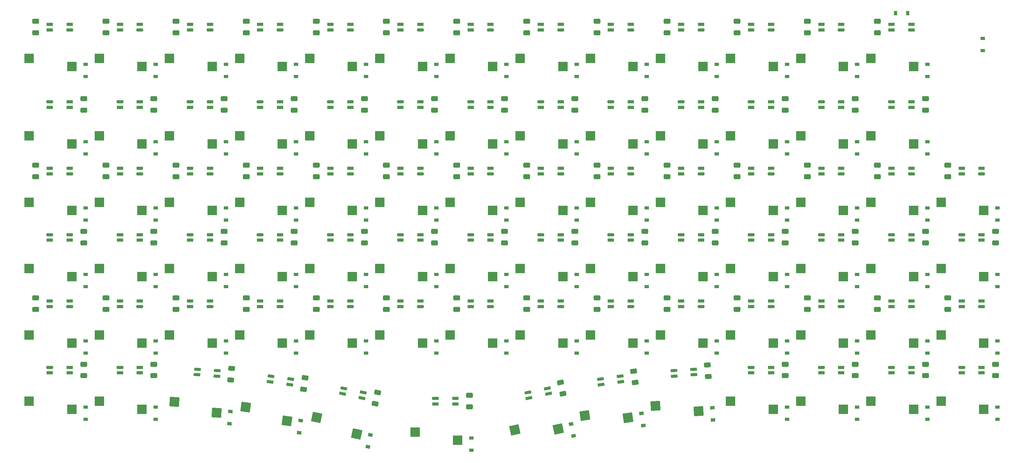
<source format=gbr>
%TF.GenerationSoftware,KiCad,Pcbnew,8.0.7*%
%TF.CreationDate,2025-01-24T18:11:27+01:00*%
%TF.ProjectId,eepyboard_rev3,65657079-626f-4617-9264-5f726576332e,1.2*%
%TF.SameCoordinates,Original*%
%TF.FileFunction,Paste,Bot*%
%TF.FilePolarity,Positive*%
%FSLAX46Y46*%
G04 Gerber Fmt 4.6, Leading zero omitted, Abs format (unit mm)*
G04 Created by KiCad (PCBNEW 8.0.7) date 2025-01-24 18:11:27*
%MOMM*%
%LPD*%
G01*
G04 APERTURE LIST*
G04 Aperture macros list*
%AMRoundRect*
0 Rectangle with rounded corners*
0 $1 Rounding radius*
0 $2 $3 $4 $5 $6 $7 $8 $9 X,Y pos of 4 corners*
0 Add a 4 corners polygon primitive as box body*
4,1,4,$2,$3,$4,$5,$6,$7,$8,$9,$2,$3,0*
0 Add four circle primitives for the rounded corners*
1,1,$1+$1,$2,$3*
1,1,$1+$1,$4,$5*
1,1,$1+$1,$6,$7*
1,1,$1+$1,$8,$9*
0 Add four rect primitives between the rounded corners*
20,1,$1+$1,$2,$3,$4,$5,0*
20,1,$1+$1,$4,$5,$6,$7,0*
20,1,$1+$1,$6,$7,$8,$9,0*
20,1,$1+$1,$8,$9,$2,$3,0*%
%AMRotRect*
0 Rectangle, with rotation*
0 The origin of the aperture is its center*
0 $1 length*
0 $2 width*
0 $3 Rotation angle, in degrees counterclockwise*
0 Add horizontal line*
21,1,$1,$2,0,0,$3*%
G04 Aperture macros list end*
%ADD10R,2.600000X2.600000*%
%ADD11R,1.800000X0.820000*%
%ADD12RoundRect,0.205000X-0.695000X-0.205000X0.695000X-0.205000X0.695000X0.205000X-0.695000X0.205000X0*%
%ADD13RoundRect,0.205000X0.695000X0.205000X-0.695000X0.205000X-0.695000X-0.205000X0.695000X-0.205000X0*%
%ADD14RotRect,2.600000X2.600000X176.000000*%
%ADD15RotRect,2.600000X2.600000X192.000000*%
%ADD16RotRect,2.600000X2.600000X172.000000*%
%ADD17RotRect,2.600000X2.600000X188.000000*%
%ADD18RotRect,2.600000X2.600000X168.000000*%
%ADD19RotRect,1.800000X0.820000X192.000000*%
%ADD20RoundRect,0.205000X0.637191X0.345019X-0.722434X0.056022X-0.637191X-0.345019X0.722434X-0.056022X0*%
%ADD21RotRect,1.800000X0.820000X172.000000*%
%ADD22RoundRect,0.205000X0.716767X0.106280X-0.659706X0.299730X-0.716767X-0.106280X0.659706X-0.299730X0*%
%ADD23RotRect,1.800000X0.820000X176.000000*%
%ADD24RoundRect,0.205000X0.707607X0.156020X-0.679007X0.252981X-0.707607X-0.156020X0.679007X-0.252981X0*%
%ADD25RotRect,2.600000X2.600000X184.000000*%
%ADD26RotRect,1.800000X0.820000X184.000000*%
%ADD27RoundRect,0.205000X0.679007X0.252981X-0.707607X0.156020X-0.679007X-0.252981X0.707607X-0.156020X0*%
%ADD28RotRect,1.800000X0.820000X168.000000*%
%ADD29RoundRect,0.205000X0.722434X0.056022X-0.637191X0.345019X-0.722434X-0.056022X0.637191X-0.345019X0*%
%ADD30RotRect,1.800000X0.820000X188.000000*%
%ADD31RoundRect,0.205000X0.659706X0.299730X-0.716767X0.106280X-0.659706X-0.299730X0.716767X-0.106280X0*%
%ADD32RoundRect,0.250000X-0.650000X0.412500X-0.650000X-0.412500X0.650000X-0.412500X0.650000X0.412500X0*%
%ADD33RoundRect,0.250000X-0.721560X0.268343X-0.550032X-0.538628X0.721560X-0.268343X0.550032X0.538628X0*%
%ADD34R,1.200000X0.900000*%
%ADD35RoundRect,0.250000X0.650000X-0.412500X0.650000X0.412500X-0.650000X0.412500X-0.650000X-0.412500X0*%
%ADD36R,0.900000X1.200000*%
%ADD37RoundRect,0.250000X-0.586265X0.498948X-0.701083X-0.318023X0.586265X-0.498948X0.701083X0.318023X0*%
%ADD38RotRect,0.900000X1.200000X98.000000*%
%ADD39RotRect,0.900000X1.200000X82.000000*%
%ADD40RotRect,0.900000X1.200000X102.000000*%
%ADD41RoundRect,0.250000X-0.677191X0.366153X-0.619642X-0.456837X0.677191X-0.366153X0.619642X0.456837X0*%
%ADD42RotRect,0.900000X1.200000X86.000000*%
%ADD43RoundRect,0.250000X-0.701083X0.318023X-0.586265X-0.498948X0.701083X-0.318023X0.586265X0.498948X0*%
%ADD44RoundRect,0.250000X-0.550032X0.538628X-0.721560X-0.268343X0.550032X-0.538628X0.721560X0.268343X0*%
%ADD45RotRect,0.900000X1.200000X78.000000*%
%ADD46RoundRect,0.250000X-0.619642X0.456837X-0.677191X-0.366153X0.619642X-0.456837X0.677191X0.366153X0*%
%ADD47RotRect,0.900000X1.200000X94.000000*%
G04 APERTURE END LIST*
D10*
%TO.C,S43*%
X268791746Y-181125901D03*
X257241746Y-178925901D03*
%TD*%
D11*
%TO.C,LED18*%
X224816748Y-115725901D03*
X224816748Y-117225901D03*
D12*
X230216748Y-117225901D03*
D11*
X230216748Y-115725901D03*
%TD*%
%TO.C,LED24*%
X281816749Y-115725902D03*
X281816749Y-117225902D03*
D12*
X287216749Y-117225902D03*
D11*
X287216749Y-115725902D03*
%TD*%
%TO.C,LED41*%
X300816751Y-76725901D03*
X300816751Y-78225901D03*
D12*
X306216751Y-78225901D03*
D11*
X306216751Y-76725901D03*
%TD*%
%TO.C,LED69*%
X287216747Y-99225898D03*
X287216747Y-97725898D03*
D13*
X281816747Y-97725898D03*
D11*
X281816747Y-99225898D03*
%TD*%
D14*
%TO.C,S62*%
X117973385Y-182024469D03*
X106604985Y-179024140D03*
%TD*%
D10*
%TO.C,S73*%
X154791748Y-88125900D03*
X143241748Y-85925900D03*
%TD*%
D11*
%TO.C,LED54*%
X173216748Y-135225900D03*
X173216748Y-133725900D03*
D13*
X167816748Y-133725900D03*
D11*
X167816748Y-135225900D03*
%TD*%
%TO.C,LED8*%
X129816745Y-115725900D03*
X129816745Y-117225900D03*
D12*
X135216745Y-117225900D03*
D11*
X135216745Y-115725900D03*
%TD*%
%TO.C,LED39*%
X262816746Y-76725901D03*
X262816746Y-78225901D03*
D12*
X268216746Y-78225901D03*
D11*
X268216746Y-76725901D03*
%TD*%
D10*
%TO.C,S4*%
X78791746Y-127125898D03*
X67241746Y-124925898D03*
%TD*%
%TO.C,S41*%
X249791746Y-127125902D03*
X238241746Y-124925902D03*
%TD*%
D11*
%TO.C,LED23*%
X281816748Y-151725898D03*
X281816748Y-153225898D03*
D12*
X287216748Y-153225898D03*
D11*
X287216748Y-151725898D03*
%TD*%
D10*
%TO.C,S72*%
X135791747Y-88125901D03*
X124241747Y-85925901D03*
%TD*%
D11*
%TO.C,LED38*%
X243816748Y-76725899D03*
X243816748Y-78225899D03*
D12*
X249216748Y-78225899D03*
D11*
X249216748Y-76725899D03*
%TD*%
%TO.C,LED55*%
X173216749Y-99225897D03*
X173216749Y-97725897D03*
D13*
X167816749Y-97725897D03*
D11*
X167816749Y-99225897D03*
%TD*%
%TO.C,LED58*%
X211216749Y-135225898D03*
X211216749Y-133725898D03*
D13*
X205816749Y-133725898D03*
D11*
X205816749Y-135225898D03*
%TD*%
D10*
%TO.C,S6*%
X97791749Y-181125898D03*
X86241749Y-178925898D03*
%TD*%
D11*
%TO.C,LED28*%
X319816747Y-115725899D03*
X319816747Y-117225899D03*
D12*
X325216747Y-117225899D03*
D11*
X325216747Y-115725899D03*
%TD*%
D10*
%TO.C,S27*%
X192791746Y-163125901D03*
X181241746Y-160925901D03*
%TD*%
%TO.C,S49*%
X287791747Y-163125904D03*
X276241747Y-160925904D03*
%TD*%
%TO.C,S58*%
X325791747Y-181125899D03*
X314241747Y-178925899D03*
%TD*%
%TO.C,S77*%
X230791749Y-88125899D03*
X219241749Y-85925899D03*
%TD*%
D11*
%TO.C,LED40*%
X281816748Y-76725902D03*
X281816748Y-78225902D03*
D12*
X287216748Y-78225902D03*
D11*
X287216748Y-76725902D03*
%TD*%
D10*
%TO.C,S11*%
X116791747Y-163125904D03*
X105241747Y-160925904D03*
%TD*%
%TO.C,S7*%
X97791748Y-163125903D03*
X86241748Y-160925903D03*
%TD*%
%TO.C,S18*%
X135791745Y-109125900D03*
X124241745Y-106925900D03*
%TD*%
%TO.C,S34*%
X211791749Y-109125899D03*
X200241749Y-106925899D03*
%TD*%
%TO.C,S70*%
X97791743Y-88125900D03*
X86241743Y-85925900D03*
%TD*%
%TO.C,S35*%
X230791746Y-163125903D03*
X219241746Y-160925903D03*
%TD*%
%TO.C,S37*%
X230791746Y-127125902D03*
X219241746Y-124925902D03*
%TD*%
D11*
%TO.C,LED66*%
X268216744Y-99225901D03*
X268216744Y-97725901D03*
D13*
X262816744Y-97725901D03*
D11*
X262816744Y-99225901D03*
%TD*%
%TO.C,LED74*%
X325216746Y-135225903D03*
X325216746Y-133725903D03*
D13*
X319816746Y-133725903D03*
D11*
X319816746Y-135225903D03*
%TD*%
D10*
%TO.C,S76*%
X211791750Y-88125900D03*
X200241750Y-85925900D03*
%TD*%
D11*
%TO.C,LED13*%
X186816747Y-151725898D03*
X186816747Y-153225898D03*
D12*
X192216747Y-153225898D03*
D11*
X192216747Y-151725898D03*
%TD*%
%TO.C,LED14*%
X186816746Y-115725901D03*
X186816746Y-117225901D03*
D12*
X192216746Y-117225901D03*
D11*
X192216746Y-115725901D03*
%TD*%
D10*
%TO.C,S15*%
X135791746Y-163125902D03*
X124241746Y-160925902D03*
%TD*%
%TO.C,S44*%
X268791746Y-163125902D03*
X257241746Y-160925902D03*
%TD*%
D11*
%TO.C,LED19*%
X243816747Y-151725902D03*
X243816747Y-153225902D03*
D12*
X249216747Y-153225902D03*
D11*
X249216747Y-151725902D03*
%TD*%
D10*
%TO.C,S52*%
X287791750Y-109125898D03*
X276241750Y-106925898D03*
%TD*%
D11*
%TO.C,LED9*%
X148816746Y-151725900D03*
X148816746Y-153225900D03*
D12*
X154216746Y-153225900D03*
D11*
X154216746Y-151725900D03*
%TD*%
%TO.C,LED46*%
X97216748Y-135225903D03*
X97216748Y-133725903D03*
D13*
X91816748Y-133725903D03*
D11*
X91816748Y-135225903D03*
%TD*%
%TO.C,LED50*%
X135216747Y-135225902D03*
X135216747Y-133725902D03*
D13*
X129816747Y-133725902D03*
D11*
X129816747Y-135225902D03*
%TD*%
D10*
%TO.C,S68*%
X183291749Y-189517395D03*
X171741749Y-187317395D03*
%TD*%
D11*
%TO.C,LED48*%
X116216746Y-135225901D03*
X116216746Y-133725901D03*
D13*
X110816746Y-133725901D03*
D11*
X110816746Y-135225901D03*
%TD*%
%TO.C,LED62*%
X249216745Y-135225901D03*
X249216745Y-133725901D03*
D13*
X243816745Y-133725901D03*
D11*
X243816745Y-135225901D03*
%TD*%
D10*
%TO.C,S21*%
X154791748Y-127125902D03*
X143241748Y-124925902D03*
%TD*%
D11*
%TO.C,LED21*%
X262816747Y-151725900D03*
X262816747Y-153225900D03*
D12*
X268216747Y-153225900D03*
D11*
X268216747Y-151725900D03*
%TD*%
%TO.C,LED35*%
X186816746Y-76725897D03*
X186816746Y-78225897D03*
D12*
X192216746Y-78225897D03*
D11*
X192216746Y-76725897D03*
%TD*%
D15*
%TO.C,S67*%
X210524836Y-186456458D03*
X198769825Y-186705914D03*
%TD*%
D11*
%TO.C,LED27*%
X319816749Y-151725901D03*
X319816749Y-153225901D03*
D12*
X325216749Y-153225901D03*
D11*
X325216749Y-151725901D03*
%TD*%
D10*
%TO.C,S42*%
X249791746Y-109125898D03*
X238241746Y-106925898D03*
%TD*%
D11*
%TO.C,LED81*%
X182716745Y-179617399D03*
X182716745Y-178117399D03*
D13*
X177316745Y-178117399D03*
D11*
X177316745Y-179617399D03*
%TD*%
%TO.C,LED57*%
X192216747Y-99225902D03*
X192216747Y-97725902D03*
D13*
X186816747Y-97725902D03*
D11*
X186816747Y-99225902D03*
%TD*%
%TO.C,LED67*%
X287216749Y-171225902D03*
X287216749Y-169725902D03*
D13*
X281816749Y-169725902D03*
D11*
X281816749Y-171225902D03*
%TD*%
D16*
%TO.C,S63*%
X137045617Y-184258890D03*
X125914202Y-180472851D03*
%TD*%
D10*
%TO.C,S16*%
X135791751Y-145125903D03*
X124241751Y-142925903D03*
%TD*%
%TO.C,S75*%
X192791751Y-88125897D03*
X181241751Y-85925897D03*
%TD*%
D11*
%TO.C,LED36*%
X205816745Y-76725898D03*
X205816745Y-78225898D03*
D12*
X211216745Y-78225898D03*
D11*
X211216745Y-76725898D03*
%TD*%
D17*
%TO.C,S66*%
X229474134Y-183347310D03*
X217730357Y-182776171D03*
%TD*%
D11*
%TO.C,LED33*%
X148816744Y-76725900D03*
X148816744Y-78225900D03*
D12*
X154216744Y-78225900D03*
D11*
X154216744Y-76725900D03*
%TD*%
D10*
%TO.C,S30*%
X192791745Y-109125901D03*
X181241745Y-106925901D03*
%TD*%
D11*
%TO.C,LED70*%
X306216745Y-171225899D03*
X306216745Y-169725899D03*
D13*
X300816745Y-169725899D03*
D11*
X300816745Y-171225899D03*
%TD*%
%TO.C,LED26*%
X300816751Y-115725899D03*
X300816751Y-117225899D03*
D12*
X306216751Y-117225899D03*
D11*
X306216751Y-115725899D03*
%TD*%
%TO.C,LED72*%
X306216746Y-99225900D03*
X306216746Y-97725900D03*
D13*
X300816746Y-97725900D03*
D11*
X300816746Y-99225900D03*
%TD*%
D10*
%TO.C,S59*%
X325791745Y-163125902D03*
X314241745Y-160925902D03*
%TD*%
%TO.C,S14*%
X116791746Y-109125901D03*
X105241746Y-106925901D03*
%TD*%
D11*
%TO.C,LED49*%
X116216749Y-99225898D03*
X116216749Y-97725898D03*
D13*
X110816749Y-97725898D03*
D11*
X110816749Y-99225898D03*
%TD*%
D10*
%TO.C,S12*%
X116791748Y-145125903D03*
X105241748Y-142925903D03*
%TD*%
D11*
%TO.C,LED15*%
X205816746Y-151725901D03*
X205816746Y-153225901D03*
D12*
X211216746Y-153225901D03*
D11*
X211216746Y-151725901D03*
%TD*%
%TO.C,LED59*%
X211216749Y-99225901D03*
X211216749Y-97725901D03*
D13*
X205816749Y-97725901D03*
D11*
X205816749Y-99225901D03*
%TD*%
D10*
%TO.C,S61*%
X325791748Y-127125896D03*
X314241748Y-124925896D03*
%TD*%
D11*
%TO.C,LED45*%
X97216748Y-171225900D03*
X97216748Y-169725900D03*
D13*
X91816748Y-169725900D03*
D11*
X91816748Y-171225900D03*
%TD*%
D10*
%TO.C,S60*%
X325791747Y-145125902D03*
X314241747Y-142925902D03*
%TD*%
D18*
%TO.C,S64*%
X155915528Y-187818281D03*
X145075329Y-183264976D03*
%TD*%
D10*
%TO.C,S53*%
X306791750Y-181125900D03*
X295241750Y-178925900D03*
%TD*%
D11*
%TO.C,LED1*%
X72816745Y-151725902D03*
X72816745Y-153225902D03*
D12*
X78216745Y-153225902D03*
D11*
X78216745Y-151725902D03*
%TD*%
%TO.C,LED43*%
X78216748Y-135225904D03*
X78216748Y-133725904D03*
D13*
X72816748Y-133725904D03*
D11*
X72816748Y-135225904D03*
%TD*%
D10*
%TO.C,S24*%
X173791745Y-145125901D03*
X162241745Y-142925901D03*
%TD*%
D11*
%TO.C,LED17*%
X224816749Y-151725903D03*
X224816749Y-153225903D03*
D12*
X230216749Y-153225903D03*
D11*
X230216749Y-151725903D03*
%TD*%
%TO.C,LED47*%
X97216747Y-99225899D03*
X97216747Y-97725899D03*
D13*
X91816747Y-97725899D03*
D11*
X91816747Y-99225899D03*
%TD*%
%TO.C,LED12*%
X167816749Y-115725903D03*
X167816749Y-117225903D03*
D12*
X173216749Y-117225903D03*
D11*
X173216749Y-115725903D03*
%TD*%
%TO.C,LED65*%
X268216746Y-135225903D03*
X268216746Y-133725903D03*
D13*
X262816746Y-133725903D03*
D11*
X262816746Y-135225903D03*
%TD*%
%TO.C,LED56*%
X192216747Y-135225899D03*
X192216747Y-133725899D03*
D13*
X186816747Y-133725899D03*
D11*
X186816747Y-135225899D03*
%TD*%
D19*
%TO.C,LED80*%
X207904074Y-176892350D03*
X207592207Y-175425129D03*
D20*
X202310210Y-176547852D03*
D19*
X202622077Y-178015073D03*
%TD*%
D11*
%TO.C,LED5*%
X110816747Y-151725900D03*
X110816747Y-153225900D03*
D12*
X116216747Y-153225900D03*
D11*
X116216747Y-151725900D03*
%TD*%
%TO.C,LED60*%
X230216744Y-135225898D03*
X230216744Y-133725898D03*
D13*
X224816744Y-133725898D03*
D11*
X224816744Y-135225898D03*
%TD*%
D10*
%TO.C,S56*%
X306791747Y-127125898D03*
X295241747Y-124925898D03*
%TD*%
D21*
%TO.C,LED76*%
X137854025Y-174375211D03*
X138062784Y-172889809D03*
D22*
X132715337Y-172138275D03*
D21*
X132506578Y-173623677D03*
%TD*%
D10*
%TO.C,S46*%
X268791745Y-127125898D03*
X257241745Y-124925898D03*
%TD*%
%TO.C,S80*%
X287791749Y-88125897D03*
X276241749Y-85925897D03*
%TD*%
D23*
%TO.C,LED75*%
X118090376Y-172108473D03*
X118195010Y-170612126D03*
D24*
X112808164Y-170235441D03*
D23*
X112703530Y-171731788D03*
%TD*%
D10*
%TO.C,S36*%
X230791749Y-145125900D03*
X219241749Y-142925900D03*
%TD*%
%TO.C,S33*%
X211791749Y-127125901D03*
X200241749Y-124925901D03*
%TD*%
%TO.C,S47*%
X268791748Y-109125897D03*
X257241748Y-106925897D03*
%TD*%
D11*
%TO.C,LED64*%
X268216748Y-171225901D03*
X268216748Y-169725901D03*
D13*
X262816748Y-169725901D03*
D11*
X262816748Y-171225901D03*
%TD*%
%TO.C,LED30*%
X91816746Y-76725902D03*
X91816746Y-78225902D03*
D12*
X97216746Y-78225902D03*
D11*
X97216746Y-76725902D03*
%TD*%
%TO.C,LED52*%
X154216745Y-135225901D03*
X154216745Y-133725901D03*
D13*
X148816745Y-133725901D03*
D11*
X148816745Y-135225901D03*
%TD*%
D10*
%TO.C,S22*%
X154791746Y-109125900D03*
X143241746Y-106925900D03*
%TD*%
D25*
%TO.C,S65*%
X248594152Y-181567567D03*
X236918823Y-180178613D03*
%TD*%
D11*
%TO.C,LED31*%
X110816749Y-76725901D03*
X110816749Y-78225901D03*
D12*
X116216749Y-78225901D03*
D11*
X116216749Y-76725901D03*
%TD*%
D10*
%TO.C,S23*%
X173791748Y-163125901D03*
X162241748Y-160925901D03*
%TD*%
D11*
%TO.C,LED7*%
X129816748Y-151725901D03*
X129816748Y-153225901D03*
D12*
X135216748Y-153225901D03*
D11*
X135216748Y-151725901D03*
%TD*%
D10*
%TO.C,S71*%
X116791745Y-88125901D03*
X105241745Y-85925901D03*
%TD*%
%TO.C,S32*%
X211791747Y-145125900D03*
X200241747Y-142925900D03*
%TD*%
D26*
%TO.C,LED78*%
X247329965Y-171731789D03*
X247225331Y-170235442D03*
D27*
X241838485Y-170612127D03*
D26*
X241943119Y-172108474D03*
%TD*%
D10*
%TO.C,S20*%
X154791745Y-145125899D03*
X143241745Y-142925899D03*
%TD*%
%TO.C,S81*%
X306791746Y-88125902D03*
X295241746Y-85925902D03*
%TD*%
D28*
%TO.C,LED77*%
X157411416Y-178015074D03*
X157723283Y-176547853D03*
D29*
X152441286Y-175425130D03*
D28*
X152129419Y-176892351D03*
%TD*%
D10*
%TO.C,S5*%
X78791749Y-109125900D03*
X67241749Y-106925900D03*
%TD*%
D11*
%TO.C,LED10*%
X148816746Y-115725901D03*
X148816746Y-117225901D03*
D12*
X154216746Y-117225901D03*
D11*
X154216746Y-115725901D03*
%TD*%
%TO.C,LED25*%
X300816748Y-151725899D03*
X300816748Y-153225899D03*
D12*
X306216748Y-153225899D03*
D11*
X306216748Y-151725899D03*
%TD*%
D10*
%TO.C,S28*%
X192791745Y-145125900D03*
X181241745Y-142925900D03*
%TD*%
D11*
%TO.C,LED53*%
X154216747Y-99225902D03*
X154216747Y-97725902D03*
D13*
X148816747Y-97725902D03*
D11*
X148816747Y-99225902D03*
%TD*%
D10*
%TO.C,S26*%
X173791749Y-109125897D03*
X162241749Y-106925897D03*
%TD*%
D11*
%TO.C,LED6*%
X110816750Y-115725898D03*
X110816750Y-117225898D03*
D12*
X116216750Y-117225898D03*
D11*
X116216750Y-115725898D03*
%TD*%
%TO.C,LED73*%
X325216746Y-171225898D03*
X325216746Y-169725898D03*
D13*
X319816746Y-169725898D03*
D11*
X319816746Y-171225898D03*
%TD*%
%TO.C,LED2*%
X72816746Y-115725898D03*
X72816746Y-117225898D03*
D12*
X78216746Y-117225898D03*
D11*
X78216746Y-115725898D03*
%TD*%
D10*
%TO.C,S25*%
X173791747Y-127125902D03*
X162241747Y-124925902D03*
%TD*%
%TO.C,S45*%
X268791750Y-145125900D03*
X257241750Y-142925900D03*
%TD*%
D11*
%TO.C,LED68*%
X287216748Y-135225902D03*
X287216748Y-133725902D03*
D13*
X281816748Y-133725902D03*
D11*
X281816748Y-135225902D03*
%TD*%
D10*
%TO.C,S9*%
X97791748Y-127125899D03*
X86241748Y-124925899D03*
%TD*%
%TO.C,S38*%
X230791747Y-109125902D03*
X219241747Y-106925902D03*
%TD*%
D11*
%TO.C,LED34*%
X167816747Y-76725897D03*
X167816747Y-78225897D03*
D12*
X173216747Y-78225897D03*
D11*
X173216747Y-76725897D03*
%TD*%
%TO.C,LED20*%
X243816751Y-115725901D03*
X243816751Y-117225901D03*
D12*
X249216751Y-117225901D03*
D11*
X249216751Y-115725901D03*
%TD*%
D10*
%TO.C,S8*%
X97791746Y-145125901D03*
X86241746Y-142925901D03*
%TD*%
%TO.C,S39*%
X249791747Y-163125900D03*
X238241747Y-160925900D03*
%TD*%
%TO.C,S40*%
X249791751Y-145125899D03*
X238241751Y-142925899D03*
%TD*%
%TO.C,S54*%
X306791744Y-163125903D03*
X295241744Y-160925903D03*
%TD*%
D11*
%TO.C,LED51*%
X135216748Y-99225900D03*
X135216748Y-97725900D03*
D13*
X129816748Y-97725900D03*
D11*
X129816748Y-99225900D03*
%TD*%
%TO.C,LED29*%
X72816750Y-76725900D03*
X72816750Y-78225900D03*
D12*
X78216750Y-78225900D03*
D11*
X78216750Y-76725900D03*
%TD*%
%TO.C,LED22*%
X262816753Y-115725900D03*
X262816753Y-117225900D03*
D12*
X268216753Y-117225900D03*
D11*
X268216753Y-115725900D03*
%TD*%
%TO.C,LED61*%
X230216747Y-99225899D03*
X230216747Y-97725899D03*
D13*
X224816747Y-97725899D03*
D11*
X224816747Y-99225899D03*
%TD*%
D10*
%TO.C,S17*%
X135791746Y-127125902D03*
X124241746Y-124925902D03*
%TD*%
%TO.C,S19*%
X154791747Y-163125903D03*
X143241747Y-160925903D03*
%TD*%
D11*
%TO.C,LED44*%
X78216747Y-99225900D03*
X78216747Y-97725900D03*
D13*
X72816747Y-97725900D03*
D11*
X72816747Y-99225900D03*
%TD*%
%TO.C,LED32*%
X129816749Y-76725901D03*
X129816749Y-78225901D03*
D12*
X135216749Y-78225901D03*
D11*
X135216749Y-76725901D03*
%TD*%
D10*
%TO.C,S2*%
X78791749Y-163125901D03*
X67241749Y-160925901D03*
%TD*%
%TO.C,S48*%
X287791748Y-181125899D03*
X276241748Y-178925899D03*
%TD*%
%TO.C,S79*%
X268791749Y-88125898D03*
X257241749Y-85925898D03*
%TD*%
D11*
%TO.C,LED63*%
X249216745Y-99225900D03*
X249216745Y-97725900D03*
D13*
X243816745Y-97725900D03*
D11*
X243816745Y-99225900D03*
%TD*%
%TO.C,LED37*%
X224816747Y-76725899D03*
X224816747Y-78225899D03*
D12*
X230216747Y-78225899D03*
D11*
X230216747Y-76725899D03*
%TD*%
D10*
%TO.C,S50*%
X287791751Y-145125900D03*
X276241751Y-142925900D03*
%TD*%
%TO.C,S3*%
X78791749Y-145125902D03*
X67241749Y-142925902D03*
%TD*%
%TO.C,S74*%
X173791748Y-88125897D03*
X162241748Y-85925897D03*
%TD*%
D11*
%TO.C,LED71*%
X306216747Y-135225904D03*
X306216747Y-133725904D03*
D13*
X300816747Y-133725904D03*
D11*
X300816747Y-135225904D03*
%TD*%
%TO.C,LED16*%
X205816749Y-115725902D03*
X205816749Y-117225902D03*
D12*
X211216749Y-117225902D03*
D11*
X211216749Y-115725902D03*
%TD*%
%TO.C,LED3*%
X91816745Y-151725901D03*
X91816745Y-153225901D03*
D12*
X97216745Y-153225901D03*
D11*
X97216745Y-151725901D03*
%TD*%
D30*
%TO.C,LED79*%
X227526918Y-173623678D03*
X227318159Y-172138276D03*
D31*
X221970712Y-172889810D03*
D30*
X222179471Y-174375212D03*
%TD*%
D10*
%TO.C,S69*%
X78791746Y-88125902D03*
X67241746Y-85925902D03*
%TD*%
%TO.C,S31*%
X211791747Y-163125900D03*
X200241747Y-160925900D03*
%TD*%
%TO.C,S57*%
X306791748Y-109125899D03*
X295241748Y-106925899D03*
%TD*%
%TO.C,S10*%
X97791748Y-109125899D03*
X86241748Y-106925899D03*
%TD*%
%TO.C,S78*%
X249791751Y-88125900D03*
X238241751Y-85925900D03*
%TD*%
D11*
%TO.C,LED4*%
X91816748Y-115725899D03*
X91816748Y-117225899D03*
D12*
X97216748Y-117225899D03*
D11*
X97216748Y-115725899D03*
%TD*%
D10*
%TO.C,S51*%
X287791744Y-127125898D03*
X276241744Y-124925898D03*
%TD*%
D11*
%TO.C,LED42*%
X78216747Y-171225899D03*
X78216747Y-169725899D03*
D13*
X72816747Y-169725899D03*
D11*
X72816747Y-171225899D03*
%TD*%
D10*
%TO.C,S13*%
X116791747Y-127125901D03*
X105241747Y-124925901D03*
%TD*%
%TO.C,S1*%
X78791744Y-181125901D03*
X67241744Y-178925901D03*
%TD*%
D11*
%TO.C,LED11*%
X167816753Y-151725900D03*
X167816753Y-153225900D03*
D12*
X173216753Y-153225900D03*
D11*
X173216753Y-151725900D03*
%TD*%
D32*
%TO.C,C58*%
X215016745Y-132863401D03*
X215016745Y-135988401D03*
%TD*%
%TO.C,C72*%
X310016746Y-96863403D03*
X310016746Y-99988403D03*
%TD*%
D33*
%TO.C,C80*%
X211129848Y-173791409D03*
X211779568Y-176848121D03*
%TD*%
D34*
%TO.C,D20*%
X158516747Y-147825901D03*
X158516747Y-144525901D03*
%TD*%
%TO.C,D15*%
X139516749Y-165825899D03*
X139516749Y-162525899D03*
%TD*%
D35*
%TO.C,C18*%
X221016747Y-117988402D03*
X221016747Y-114863402D03*
%TD*%
D32*
%TO.C,C71*%
X310016746Y-132863402D03*
X310016746Y-135988402D03*
%TD*%
D34*
%TO.C,D46*%
X272516749Y-129825901D03*
X272516749Y-126525901D03*
%TD*%
D32*
%TO.C,C51*%
X139016745Y-96863402D03*
X139016745Y-99988402D03*
%TD*%
D34*
%TO.C,D70*%
X101516746Y-90825901D03*
X101516746Y-87525901D03*
%TD*%
%TO.C,D29*%
X196516748Y-129825900D03*
X196516748Y-126525900D03*
%TD*%
D35*
%TO.C,C41*%
X297016745Y-78988400D03*
X297016745Y-75863400D03*
%TD*%
D34*
%TO.C,D34*%
X215516747Y-111825900D03*
X215516747Y-108525900D03*
%TD*%
%TO.C,D30*%
X196516747Y-111825899D03*
X196516747Y-108525899D03*
%TD*%
D32*
%TO.C,C57*%
X196016749Y-96863398D03*
X196016749Y-99988398D03*
%TD*%
D34*
%TO.C,D78*%
X253516751Y-90825902D03*
X253516751Y-87525902D03*
%TD*%
%TO.C,D50*%
X291516749Y-147825899D03*
X291516749Y-144525899D03*
%TD*%
D35*
%TO.C,C37*%
X221016750Y-78988402D03*
X221016750Y-75863402D03*
%TD*%
%TO.C,C13*%
X183016748Y-153988398D03*
X183016748Y-150863398D03*
%TD*%
D34*
%TO.C,D73*%
X158516748Y-90825902D03*
X158516748Y-87525902D03*
%TD*%
D32*
%TO.C,C55*%
X177016748Y-96863402D03*
X177016748Y-99988402D03*
%TD*%
D35*
%TO.C,C40*%
X278016745Y-78988400D03*
X278016745Y-75863400D03*
%TD*%
D32*
%TO.C,C70*%
X310016750Y-168863400D03*
X310016750Y-171988400D03*
%TD*%
D34*
%TO.C,D75*%
X196516750Y-90825903D03*
X196516750Y-87525903D03*
%TD*%
%TO.C,D10*%
X101516748Y-111825901D03*
X101516748Y-108525901D03*
%TD*%
D36*
%TO.C,D83*%
X301866747Y-73667577D03*
X305166747Y-73667577D03*
%TD*%
D34*
%TO.C,D6*%
X101516746Y-183825901D03*
X101516746Y-180525901D03*
%TD*%
D32*
%TO.C,C52*%
X158016744Y-132863401D03*
X158016744Y-135988401D03*
%TD*%
D35*
%TO.C,C26*%
X297016747Y-117988397D03*
X297016747Y-114863397D03*
%TD*%
%TO.C,C6*%
X107016747Y-117988401D03*
X107016747Y-114863401D03*
%TD*%
%TO.C,C28*%
X316016745Y-117988399D03*
X316016745Y-114863399D03*
%TD*%
D34*
%TO.C,D21*%
X158516743Y-129825900D03*
X158516743Y-126525900D03*
%TD*%
D32*
%TO.C,C66*%
X272016747Y-96863402D03*
X272016747Y-99988402D03*
%TD*%
D34*
%TO.C,D3*%
X82516747Y-147825898D03*
X82516747Y-144525898D03*
%TD*%
%TO.C,D36*%
X234516750Y-147825902D03*
X234516750Y-144525902D03*
%TD*%
%TO.C,D45*%
X272516747Y-147825899D03*
X272516747Y-144525899D03*
%TD*%
%TO.C,D35*%
X234516746Y-165825898D03*
X234516746Y-162525898D03*
%TD*%
%TO.C,D48*%
X291516750Y-183825901D03*
X291516750Y-180525901D03*
%TD*%
D37*
%TO.C,C76*%
X141945840Y-172564561D03*
X141510926Y-175659149D03*
%TD*%
D34*
%TO.C,D38*%
X234516744Y-111825898D03*
X234516744Y-108525898D03*
%TD*%
%TO.C,D13*%
X120516748Y-129825901D03*
X120516748Y-126525901D03*
%TD*%
D38*
%TO.C,D66*%
X233538651Y-185502611D03*
X233079379Y-182234727D03*
%TD*%
D34*
%TO.C,D43*%
X272516747Y-183825901D03*
X272516747Y-180525901D03*
%TD*%
D35*
%TO.C,C21*%
X259016746Y-153988402D03*
X259016746Y-150863402D03*
%TD*%
D34*
%TO.C,D11*%
X120516745Y-165825897D03*
X120516745Y-162525897D03*
%TD*%
%TO.C,D32*%
X215516750Y-147825905D03*
X215516750Y-144525905D03*
%TD*%
D35*
%TO.C,C14*%
X183016746Y-117988404D03*
X183016746Y-114863404D03*
%TD*%
D34*
%TO.C,D71*%
X120516743Y-90825901D03*
X120516743Y-87525901D03*
%TD*%
D32*
%TO.C,C49*%
X120016747Y-96863402D03*
X120016747Y-99988402D03*
%TD*%
D35*
%TO.C,C25*%
X297016748Y-153988403D03*
X297016748Y-150863403D03*
%TD*%
D32*
%TO.C,C62*%
X253016747Y-132863403D03*
X253016747Y-135988403D03*
%TD*%
D35*
%TO.C,C35*%
X183016749Y-78988400D03*
X183016749Y-75863400D03*
%TD*%
D39*
%TO.C,D63*%
X140358598Y-187451035D03*
X140817870Y-184183151D03*
%TD*%
D34*
%TO.C,D72*%
X139516746Y-90825901D03*
X139516746Y-87525901D03*
%TD*%
%TO.C,D53*%
X310516743Y-183825902D03*
X310516743Y-180525902D03*
%TD*%
%TO.C,D27*%
X196516746Y-165825902D03*
X196516746Y-162525902D03*
%TD*%
D35*
%TO.C,C39*%
X259016748Y-78988400D03*
X259016748Y-75863400D03*
%TD*%
D34*
%TO.C,D42*%
X253516748Y-111825901D03*
X253516748Y-108525901D03*
%TD*%
%TO.C,D41*%
X253516746Y-129825903D03*
X253516746Y-126525903D03*
%TD*%
%TO.C,D4*%
X82516751Y-129825902D03*
X82516751Y-126525902D03*
%TD*%
%TO.C,D52*%
X291516751Y-111825901D03*
X291516751Y-108525901D03*
%TD*%
D35*
%TO.C,C34*%
X164016746Y-78988400D03*
X164016746Y-75863400D03*
%TD*%
D32*
%TO.C,C68*%
X291016749Y-132863402D03*
X291016749Y-135988402D03*
%TD*%
%TO.C,C61*%
X234016747Y-96863400D03*
X234016747Y-99988400D03*
%TD*%
D40*
%TO.C,D67*%
X214729799Y-188322991D03*
X214043691Y-185095103D03*
%TD*%
D35*
%TO.C,C4*%
X88016749Y-117988398D03*
X88016749Y-114863398D03*
%TD*%
D32*
%TO.C,C47*%
X101016750Y-96863404D03*
X101016750Y-99988404D03*
%TD*%
D34*
%TO.C,D82*%
X325516745Y-83825902D03*
X325516745Y-80525902D03*
%TD*%
D32*
%TO.C,C65*%
X272016745Y-132863400D03*
X272016745Y-135988400D03*
%TD*%
D35*
%TO.C,C19*%
X240016747Y-153988402D03*
X240016747Y-150863402D03*
%TD*%
D34*
%TO.C,D9*%
X101516749Y-129825902D03*
X101516749Y-126525902D03*
%TD*%
%TO.C,D49*%
X291516744Y-165825901D03*
X291516744Y-162525901D03*
%TD*%
D32*
%TO.C,C42*%
X82016749Y-168863398D03*
X82016749Y-171988398D03*
%TD*%
%TO.C,C54*%
X177016744Y-132863403D03*
X177016744Y-135988403D03*
%TD*%
D41*
%TO.C,C78*%
X250955906Y-169109971D03*
X251173894Y-172227359D03*
%TD*%
D34*
%TO.C,D56*%
X310516744Y-129825902D03*
X310516744Y-126525902D03*
%TD*%
D35*
%TO.C,C23*%
X278016747Y-153988401D03*
X278016747Y-150863401D03*
%TD*%
%TO.C,C27*%
X316016748Y-153988401D03*
X316016748Y-150863401D03*
%TD*%
D34*
%TO.C,D40*%
X253516749Y-147825902D03*
X253516749Y-144525902D03*
%TD*%
D35*
%TO.C,C3*%
X88016744Y-153988402D03*
X88016744Y-150863402D03*
%TD*%
D34*
%TO.C,D14*%
X120516748Y-111825900D03*
X120516748Y-108525900D03*
%TD*%
%TO.C,D74*%
X177516749Y-90825904D03*
X177516749Y-87525904D03*
%TD*%
%TO.C,D59*%
X329516748Y-165825901D03*
X329516748Y-162525901D03*
%TD*%
D35*
%TO.C,C8*%
X126016746Y-117988403D03*
X126016746Y-114863403D03*
%TD*%
D34*
%TO.C,D60*%
X329516749Y-147825900D03*
X329516749Y-144525900D03*
%TD*%
%TO.C,D68*%
X187016747Y-192217394D03*
X187016747Y-188917394D03*
%TD*%
%TO.C,D69*%
X82516750Y-90825899D03*
X82516750Y-87525899D03*
%TD*%
D42*
%TO.C,D62*%
X121500972Y-184977738D03*
X121731168Y-181685776D03*
%TD*%
D35*
%TO.C,C31*%
X107016747Y-78988401D03*
X107016747Y-75863401D03*
%TD*%
D43*
%TO.C,C79*%
X230961142Y-170755311D03*
X231396058Y-173849899D03*
%TD*%
D32*
%TO.C,C59*%
X215016752Y-96863399D03*
X215016752Y-99988399D03*
%TD*%
D34*
%TO.C,D47*%
X272516747Y-111825899D03*
X272516747Y-108525899D03*
%TD*%
%TO.C,D18*%
X139516748Y-111825900D03*
X139516748Y-108525900D03*
%TD*%
D44*
%TO.C,C77*%
X161619565Y-176494259D03*
X160969845Y-179550971D03*
%TD*%
D34*
%TO.C,D39*%
X253516746Y-165825902D03*
X253516746Y-162525902D03*
%TD*%
%TO.C,D8*%
X101516747Y-147825899D03*
X101516747Y-144525899D03*
%TD*%
D35*
%TO.C,C5*%
X107016746Y-153988403D03*
X107016746Y-150863403D03*
%TD*%
%TO.C,C9*%
X145016748Y-153988400D03*
X145016748Y-150863400D03*
%TD*%
D34*
%TO.C,D26*%
X177516745Y-111825899D03*
X177516745Y-108525899D03*
%TD*%
D35*
%TO.C,C11*%
X164016750Y-153988399D03*
X164016750Y-150863399D03*
%TD*%
D34*
%TO.C,D61*%
X329516746Y-129825902D03*
X329516746Y-126525902D03*
%TD*%
D35*
%TO.C,C33*%
X145016744Y-78988399D03*
X145016744Y-75863399D03*
%TD*%
D32*
%TO.C,C67*%
X291016748Y-168863398D03*
X291016748Y-171988398D03*
%TD*%
%TO.C,C46*%
X101016749Y-132863401D03*
X101016749Y-135988401D03*
%TD*%
D34*
%TO.C,D57*%
X310516750Y-111825902D03*
X310516750Y-108525902D03*
%TD*%
D32*
%TO.C,C60*%
X234016749Y-132863402D03*
X234016749Y-135988402D03*
%TD*%
D34*
%TO.C,D33*%
X215516746Y-129825900D03*
X215516746Y-126525900D03*
%TD*%
%TO.C,D2*%
X82516746Y-165825900D03*
X82516746Y-162525900D03*
%TD*%
D45*
%TO.C,D64*%
X158997767Y-191233752D03*
X159683875Y-188005864D03*
%TD*%
D34*
%TO.C,D28*%
X196516747Y-147825902D03*
X196516747Y-144525902D03*
%TD*%
D35*
%TO.C,C15*%
X202016746Y-153988401D03*
X202016746Y-150863401D03*
%TD*%
D34*
%TO.C,D25*%
X177516748Y-129825898D03*
X177516748Y-126525898D03*
%TD*%
D35*
%TO.C,C20*%
X240016748Y-117988401D03*
X240016748Y-114863401D03*
%TD*%
%TO.C,C12*%
X164016748Y-117988404D03*
X164016748Y-114863404D03*
%TD*%
%TO.C,C10*%
X145016747Y-117988404D03*
X145016747Y-114863404D03*
%TD*%
D34*
%TO.C,D22*%
X158516750Y-111825899D03*
X158516750Y-108525899D03*
%TD*%
D32*
%TO.C,C45*%
X101016753Y-168863399D03*
X101016753Y-171988399D03*
%TD*%
D34*
%TO.C,D19*%
X158516747Y-165825900D03*
X158516747Y-162525900D03*
%TD*%
D35*
%TO.C,C7*%
X126016746Y-153988398D03*
X126016746Y-150863398D03*
%TD*%
%TO.C,C22*%
X259016749Y-117988401D03*
X259016749Y-114863401D03*
%TD*%
D32*
%TO.C,C53*%
X158016750Y-96863403D03*
X158016750Y-99988403D03*
%TD*%
%TO.C,C63*%
X253016746Y-96863402D03*
X253016746Y-99988402D03*
%TD*%
D35*
%TO.C,C1*%
X69016746Y-153988403D03*
X69016746Y-150863403D03*
%TD*%
D46*
%TO.C,C75*%
X122045918Y-170016805D03*
X121827930Y-173134193D03*
%TD*%
D32*
%TO.C,C44*%
X82016747Y-96863403D03*
X82016747Y-99988403D03*
%TD*%
%TO.C,C43*%
X82016749Y-132863399D03*
X82016749Y-135988399D03*
%TD*%
D34*
%TO.C,D24*%
X177516750Y-147825902D03*
X177516750Y-144525902D03*
%TD*%
%TO.C,D58*%
X329516745Y-183825897D03*
X329516745Y-180525897D03*
%TD*%
%TO.C,D44*%
X272516745Y-165825903D03*
X272516745Y-162525903D03*
%TD*%
%TO.C,D55*%
X310516752Y-147825900D03*
X310516752Y-144525900D03*
%TD*%
D35*
%TO.C,C30*%
X88016748Y-78988401D03*
X88016748Y-75863401D03*
%TD*%
%TO.C,C17*%
X221016746Y-153988402D03*
X221016746Y-150863402D03*
%TD*%
%TO.C,C2*%
X69016748Y-117988399D03*
X69016748Y-114863399D03*
%TD*%
D32*
%TO.C,C81*%
X186516748Y-177254896D03*
X186516748Y-180379896D03*
%TD*%
D35*
%TO.C,C24*%
X278016746Y-117988398D03*
X278016746Y-114863398D03*
%TD*%
D34*
%TO.C,D17*%
X139516748Y-129825901D03*
X139516748Y-126525901D03*
%TD*%
%TO.C,D7*%
X101516748Y-165825902D03*
X101516748Y-162525902D03*
%TD*%
%TO.C,D79*%
X272516752Y-90825902D03*
X272516752Y-87525902D03*
%TD*%
%TO.C,D77*%
X234516749Y-90825901D03*
X234516749Y-87525901D03*
%TD*%
D32*
%TO.C,C69*%
X291016744Y-96863402D03*
X291016744Y-99988402D03*
%TD*%
D34*
%TO.C,D51*%
X291516750Y-129825903D03*
X291516750Y-126525903D03*
%TD*%
D32*
%TO.C,C50*%
X139016749Y-132863402D03*
X139016749Y-135988402D03*
%TD*%
D34*
%TO.C,D54*%
X310516748Y-165825904D03*
X310516748Y-162525904D03*
%TD*%
D35*
%TO.C,C38*%
X240016749Y-78988397D03*
X240016749Y-75863397D03*
%TD*%
%TO.C,C16*%
X202016745Y-117988401D03*
X202016745Y-114863401D03*
%TD*%
D34*
%TO.C,D12*%
X120516745Y-147825902D03*
X120516745Y-144525902D03*
%TD*%
D32*
%TO.C,C74*%
X329016747Y-132863403D03*
X329016747Y-135988403D03*
%TD*%
%TO.C,C48*%
X120016750Y-132863402D03*
X120016750Y-135988402D03*
%TD*%
D35*
%TO.C,C29*%
X69016748Y-78988400D03*
X69016748Y-75863400D03*
%TD*%
D34*
%TO.C,D31*%
X215516748Y-165825901D03*
X215516748Y-162525901D03*
%TD*%
D47*
%TO.C,D65*%
X252498421Y-184001145D03*
X252268225Y-180709183D03*
%TD*%
D34*
%TO.C,D23*%
X177516746Y-165825902D03*
X177516746Y-162525902D03*
%TD*%
%TO.C,D81*%
X310516746Y-90825898D03*
X310516746Y-87525898D03*
%TD*%
D35*
%TO.C,C36*%
X202016748Y-78988403D03*
X202016748Y-75863403D03*
%TD*%
D32*
%TO.C,C73*%
X329016745Y-168863399D03*
X329016745Y-171988399D03*
%TD*%
D34*
%TO.C,D76*%
X215516752Y-90825901D03*
X215516752Y-87525901D03*
%TD*%
%TO.C,D16*%
X139516746Y-147825901D03*
X139516746Y-144525901D03*
%TD*%
D32*
%TO.C,C56*%
X196016746Y-132863404D03*
X196016746Y-135988404D03*
%TD*%
D34*
%TO.C,D37*%
X234516747Y-129825902D03*
X234516747Y-126525902D03*
%TD*%
%TO.C,D5*%
X82516745Y-111825901D03*
X82516745Y-108525901D03*
%TD*%
%TO.C,D1*%
X82516748Y-183825900D03*
X82516748Y-180525900D03*
%TD*%
%TO.C,D80*%
X291516746Y-90825897D03*
X291516746Y-87525897D03*
%TD*%
D32*
%TO.C,C64*%
X272016749Y-168863402D03*
X272016749Y-171988402D03*
%TD*%
D35*
%TO.C,C32*%
X126016747Y-78988401D03*
X126016747Y-75863401D03*
%TD*%
D10*
%TO.C,S29*%
X192791747Y-127125903D03*
X181241747Y-124925903D03*
%TD*%
%TO.C,S55*%
X306791753Y-145125901D03*
X295241753Y-142925901D03*
%TD*%
M02*

</source>
